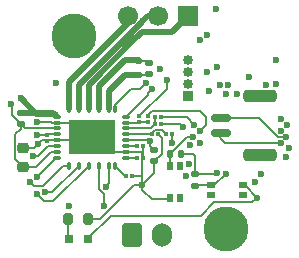
<source format=gtl>
G04 #@! TF.GenerationSoftware,KiCad,Pcbnew,9.0.4*
G04 #@! TF.CreationDate,2025-10-13T14:39:45-04:00*
G04 #@! TF.ProjectId,bldc motor controller,626c6463-206d-46f7-946f-7220636f6e74,rev?*
G04 #@! TF.SameCoordinates,Original*
G04 #@! TF.FileFunction,Copper,L1,Top*
G04 #@! TF.FilePolarity,Positive*
%FSLAX46Y46*%
G04 Gerber Fmt 4.6, Leading zero omitted, Abs format (unit mm)*
G04 Created by KiCad (PCBNEW 9.0.4) date 2025-10-13 14:39:45*
%MOMM*%
%LPD*%
G01*
G04 APERTURE LIST*
G04 Aperture macros list*
%AMRoundRect*
0 Rectangle with rounded corners*
0 $1 Rounding radius*
0 $2 $3 $4 $5 $6 $7 $8 $9 X,Y pos of 4 corners*
0 Add a 4 corners polygon primitive as box body*
4,1,4,$2,$3,$4,$5,$6,$7,$8,$9,$2,$3,0*
0 Add four circle primitives for the rounded corners*
1,1,$1+$1,$2,$3*
1,1,$1+$1,$4,$5*
1,1,$1+$1,$6,$7*
1,1,$1+$1,$8,$9*
0 Add four rect primitives between the rounded corners*
20,1,$1+$1,$2,$3,$4,$5,0*
20,1,$1+$1,$4,$5,$6,$7,0*
20,1,$1+$1,$6,$7,$8,$9,0*
20,1,$1+$1,$8,$9,$2,$3,0*%
G04 Aperture macros list end*
G04 #@! TA.AperFunction,SMDPad,CuDef*
%ADD10R,0.720000X0.550000*%
G04 #@! TD*
G04 #@! TA.AperFunction,SMDPad,CuDef*
%ADD11R,0.550000X0.720000*%
G04 #@! TD*
G04 #@! TA.AperFunction,SMDPad,CuDef*
%ADD12R,0.800000X0.800000*%
G04 #@! TD*
G04 #@! TA.AperFunction,ComponentPad*
%ADD13R,0.850000X0.850000*%
G04 #@! TD*
G04 #@! TA.AperFunction,ComponentPad*
%ADD14C,0.850000*%
G04 #@! TD*
G04 #@! TA.AperFunction,ComponentPad*
%ADD15RoundRect,0.250000X-0.600000X-0.750000X0.600000X-0.750000X0.600000X0.750000X-0.600000X0.750000X0*%
G04 #@! TD*
G04 #@! TA.AperFunction,ComponentPad*
%ADD16O,1.700000X2.000000*%
G04 #@! TD*
G04 #@! TA.AperFunction,SMDPad,CuDef*
%ADD17RoundRect,0.075000X-0.125000X-0.075000X0.125000X-0.075000X0.125000X0.075000X-0.125000X0.075000X0*%
G04 #@! TD*
G04 #@! TA.AperFunction,SMDPad,CuDef*
%ADD18RoundRect,0.140000X-0.140000X-0.170000X0.140000X-0.170000X0.140000X0.170000X-0.140000X0.170000X0*%
G04 #@! TD*
G04 #@! TA.AperFunction,SMDPad,CuDef*
%ADD19RoundRect,0.225000X-0.250000X0.225000X-0.250000X-0.225000X0.250000X-0.225000X0.250000X0.225000X0*%
G04 #@! TD*
G04 #@! TA.AperFunction,ComponentPad*
%ADD20R,1.700000X1.700000*%
G04 #@! TD*
G04 #@! TA.AperFunction,ComponentPad*
%ADD21C,1.700000*%
G04 #@! TD*
G04 #@! TA.AperFunction,SMDPad,CuDef*
%ADD22RoundRect,0.200000X-0.200000X-0.275000X0.200000X-0.275000X0.200000X0.275000X-0.200000X0.275000X0*%
G04 #@! TD*
G04 #@! TA.AperFunction,SMDPad,CuDef*
%ADD23RoundRect,0.150000X-0.700000X0.150000X-0.700000X-0.150000X0.700000X-0.150000X0.700000X0.150000X0*%
G04 #@! TD*
G04 #@! TA.AperFunction,SMDPad,CuDef*
%ADD24RoundRect,0.250000X-1.150000X0.250000X-1.150000X-0.250000X1.150000X-0.250000X1.150000X0.250000X0*%
G04 #@! TD*
G04 #@! TA.AperFunction,SMDPad,CuDef*
%ADD25RoundRect,0.140000X0.170000X-0.140000X0.170000X0.140000X-0.170000X0.140000X-0.170000X-0.140000X0*%
G04 #@! TD*
G04 #@! TA.AperFunction,SMDPad,CuDef*
%ADD26RoundRect,0.140000X-0.170000X0.140000X-0.170000X-0.140000X0.170000X-0.140000X0.170000X0.140000X0*%
G04 #@! TD*
G04 #@! TA.AperFunction,SMDPad,CuDef*
%ADD27RoundRect,0.075000X0.075000X-0.125000X0.075000X0.125000X-0.075000X0.125000X-0.075000X-0.125000X0*%
G04 #@! TD*
G04 #@! TA.AperFunction,SMDPad,CuDef*
%ADD28O,0.280000X0.790000*%
G04 #@! TD*
G04 #@! TA.AperFunction,SMDPad,CuDef*
%ADD29O,0.790000X0.280000*%
G04 #@! TD*
G04 #@! TA.AperFunction,SMDPad,CuDef*
%ADD30R,4.000000X3.000000*%
G04 #@! TD*
G04 #@! TA.AperFunction,ComponentPad*
%ADD31C,3.800000*%
G04 #@! TD*
G04 #@! TA.AperFunction,SMDPad,CuDef*
%ADD32RoundRect,0.135000X0.185000X-0.135000X0.185000X0.135000X-0.185000X0.135000X-0.185000X-0.135000X0*%
G04 #@! TD*
G04 #@! TA.AperFunction,ViaPad*
%ADD33C,0.600000*%
G04 #@! TD*
G04 #@! TA.AperFunction,Conductor*
%ADD34C,0.200000*%
G04 #@! TD*
G04 #@! TA.AperFunction,Conductor*
%ADD35C,0.500000*%
G04 #@! TD*
G04 APERTURE END LIST*
D10*
G04 #@! TO.P,SW2,1,1*
G04 #@! TO.N,unconnected-(SW2-Pad1)*
X150250000Y-93350000D03*
G04 #@! TO.P,SW2,2,2*
G04 #@! TO.N,unconnected-(SW2-Pad2)*
X147550000Y-93350000D03*
G04 #@! TO.P,SW2,3,3*
G04 #@! TO.N,TI_VREF*
X150250000Y-92550000D03*
G04 #@! TO.P,SW2,4,4*
G04 #@! TO.N,BOOT0*
X147550000Y-92550000D03*
G04 #@! TD*
D11*
G04 #@! TO.P,SW1,1,1*
G04 #@! TO.N,TI_AGND*
X144100000Y-93650000D03*
G04 #@! TO.P,SW1,2,2*
G04 #@! TO.N,Reset*
X144100000Y-90950000D03*
G04 #@! TO.P,SW1,3,3*
G04 #@! TO.N,unconnected-(SW1-Pad3)*
X144900000Y-93650000D03*
G04 #@! TO.P,SW1,4,4*
G04 #@! TO.N,unconnected-(SW1-Pad4)*
X144900000Y-90950000D03*
G04 #@! TD*
D12*
G04 #@! TO.P,LED1,1,K*
G04 #@! TO.N,Net-(LED1-K)*
X135550500Y-97100000D03*
G04 #@! TO.P,LED1,2,A*
G04 #@! TO.N,TI_VREF*
X137149500Y-97100000D03*
G04 #@! TD*
D13*
G04 #@! TO.P,J1,1,Pin_1*
G04 #@! TO.N,UART_TX*
X145600000Y-85000000D03*
D14*
G04 #@! TO.P,J1,2,Pin_2*
G04 #@! TO.N,UART_RX*
X145600000Y-84000000D03*
G04 #@! TO.P,J1,3,Pin_3*
G04 #@! TO.N,TI_VREF*
X145600000Y-83000000D03*
G04 #@! TO.P,J1,4,Pin_4*
G04 #@! TO.N,TI_AGND*
X145600000Y-82000000D03*
G04 #@! TD*
D15*
G04 #@! TO.P,-BAT+1,1,1*
G04 #@! TO.N,-BATT*
X140900000Y-96750000D03*
D16*
G04 #@! TO.P,-BAT+1,2,2*
G04 #@! TO.N,+BATT*
X143400000Y-96750000D03*
G04 #@! TD*
D17*
G04 #@! TO.P,R10,1*
G04 #@! TO.N,Net-(U1-SDO{slash}MODE_SR)*
X140350000Y-91800000D03*
G04 #@! TO.P,R10,2*
G04 #@! TO.N,TI_AGND*
X140850000Y-91800000D03*
G04 #@! TD*
G04 #@! TO.P,C5,1*
G04 #@! TO.N,Net-(U1-SOC)*
X142550000Y-88250000D03*
G04 #@! TO.P,C5,2*
G04 #@! TO.N,TI_AGND*
X143050000Y-88250000D03*
G04 #@! TD*
D18*
G04 #@! TO.P,C24,1*
G04 #@! TO.N,Reset*
X144070000Y-89950000D03*
G04 #@! TO.P,C24,2*
G04 #@! TO.N,TI_AGND*
X145030000Y-89950000D03*
G04 #@! TD*
D19*
G04 #@! TO.P,C7,1*
G04 #@! TO.N,TI_AGND*
X131650000Y-89425000D03*
G04 #@! TO.P,C7,2*
G04 #@! TO.N,TI_AVDD*
X131650000Y-90975000D03*
G04 #@! TD*
D20*
G04 #@! TO.P,U8,1,1*
G04 #@! TO.N,PHASE-A*
X145590000Y-78200000D03*
D21*
G04 #@! TO.P,U8,2,2*
G04 #@! TO.N,PHASE-B*
X143050000Y-78200000D03*
G04 #@! TO.P,U8,3,3*
G04 #@! TO.N,PHASE-C*
X140510000Y-78200000D03*
G04 #@! TD*
D17*
G04 #@! TO.P,C4,1*
G04 #@! TO.N,Net-(U1-SOB)*
X142850000Y-87400000D03*
G04 #@! TO.P,C4,2*
G04 #@! TO.N,TI_AGND*
X143350000Y-87400000D03*
G04 #@! TD*
D22*
G04 #@! TO.P,R8,1*
G04 #@! TO.N,Net-(LED1-K)*
X135475000Y-95400000D03*
G04 #@! TO.P,R8,2*
G04 #@! TO.N,TI_AGND*
X137125000Y-95400000D03*
G04 #@! TD*
D17*
G04 #@! TO.P,R3,1*
G04 #@! TO.N,Net-(U1-SOB)*
X142850000Y-86800000D03*
G04 #@! TO.P,R3,2*
G04 #@! TO.N,SOB*
X143350000Y-86800000D03*
G04 #@! TD*
D23*
G04 #@! TO.P,U7,1,1*
G04 #@! TO.N,CAN_RX*
X148400000Y-86875000D03*
G04 #@! TO.P,U7,2,2*
G04 #@! TO.N,CAN_TX*
X148400000Y-88125000D03*
D24*
G04 #@! TO.P,U7,MP*
G04 #@! TO.N,N/C*
X151750000Y-85025000D03*
X151750000Y-89975000D03*
G04 #@! TD*
D17*
G04 #@! TO.P,R11,1*
G04 #@! TO.N,Net-(U1-nSCS{slash}OCP)*
X141300000Y-89250000D03*
G04 #@! TO.P,R11,2*
G04 #@! TO.N,TI_AGND*
X141800000Y-89250000D03*
G04 #@! TD*
G04 #@! TO.P,R4,1*
G04 #@! TO.N,Net-(U1-SOC)*
X143750000Y-88250000D03*
G04 #@! TO.P,R4,2*
G04 #@! TO.N,SOC*
X144250000Y-88250000D03*
G04 #@! TD*
D25*
G04 #@! TO.P,C18,1*
G04 #@! TO.N,TI_AGND*
X142750000Y-90530000D03*
G04 #@! TO.P,C18,2*
G04 #@! TO.N,TI_VREF*
X142750000Y-89570000D03*
G04 #@! TD*
D26*
G04 #@! TO.P,C10,1*
G04 #@! TO.N,+BATT*
X131450000Y-86420000D03*
G04 #@! TO.P,C10,2*
G04 #@! TO.N,TI_AVDD*
X131450000Y-87380000D03*
G04 #@! TD*
D27*
G04 #@! TO.P,R2,1*
G04 #@! TO.N,Net-(U1-SOA)*
X142200000Y-87200000D03*
G04 #@! TO.P,R2,2*
G04 #@! TO.N,SOA*
X142200000Y-86700000D03*
G04 #@! TD*
D28*
G04 #@! TO.P,U1,1,CP*
G04 #@! TO.N,TI_AVDD*
X139400000Y-86092250D03*
G04 #@! TO.P,U1,2,VM*
G04 #@! TO.N,-BATT*
X138900000Y-86092250D03*
G04 #@! TO.P,U1,3,PGND*
G04 #@! TO.N,+BATT*
X138050000Y-86092250D03*
G04 #@! TO.P,U1,4,OUTA*
G04 #@! TO.N,PHASE-A*
X137200000Y-86092250D03*
G04 #@! TO.P,U1,5,OUTB*
G04 #@! TO.N,PHASE-B*
X136350000Y-86092250D03*
G04 #@! TO.P,U1,6,OUTC*
G04 #@! TO.N,PHASE-C*
X135500000Y-86092250D03*
D29*
G04 #@! TO.P,U1,7,PGND*
G04 #@! TO.N,+BATT*
X134542500Y-86749750D03*
G04 #@! TO.P,U1,8,AGND*
G04 #@! TO.N,TI_AGND*
X134542500Y-87249750D03*
G04 #@! TO.P,U1,9,AVDD*
G04 #@! TO.N,TI_AVDD*
X134542500Y-87749750D03*
G04 #@! TO.P,U1,10,GVDD*
G04 #@! TO.N,I-LIMIT*
X134542500Y-88249750D03*
G04 #@! TO.P,U1,11,DRVOFF*
G04 #@! TO.N,TI_AGND*
X134542500Y-88749750D03*
G04 #@! TO.P,U1,12,nFAULT*
G04 #@! TO.N,TI_FAULT*
X134542500Y-89249750D03*
G04 #@! TO.P,U1,13,nSLEEP*
G04 #@! TO.N,TI_AVDD*
X134542500Y-89749750D03*
G04 #@! TO.P,U1,14,INHA*
G04 #@! TO.N,TIM1_CH1*
X134542500Y-90249750D03*
D28*
G04 #@! TO.P,U1,15,INLA*
G04 #@! TO.N,TIM1_CH1N*
X135500000Y-90907250D03*
G04 #@! TO.P,U1,16,INHB*
G04 #@! TO.N,TIM1_CH2*
X136350000Y-90907250D03*
G04 #@! TO.P,U1,17,INLB*
G04 #@! TO.N,TIM1_CH2N*
X137200000Y-90907250D03*
G04 #@! TO.P,U1,18,INHC*
G04 #@! TO.N,TIM1_CH3*
X138050000Y-90907250D03*
G04 #@! TO.P,U1,19,INLC*
G04 #@! TO.N,TIM1_CH3N*
X138900000Y-90907250D03*
G04 #@! TO.P,U1,20,SDO/MODE_SR*
G04 #@! TO.N,Net-(U1-SDO{slash}MODE_SR)*
X139400000Y-90907250D03*
D29*
G04 #@! TO.P,U1,21,SDI/GAIN*
G04 #@! TO.N,Net-(U1-SDI{slash}GAIN)*
X140357500Y-90249750D03*
G04 #@! TO.P,U1,22,SCLK/SLEW*
G04 #@! TO.N,TI_AGND*
X140357500Y-89749750D03*
G04 #@! TO.P,U1,23,nSCS/OCP*
G04 #@! TO.N,Net-(U1-nSCS{slash}OCP)*
X140357500Y-89249750D03*
G04 #@! TO.P,U1,24,VREF*
G04 #@! TO.N,TI_VREF*
X140357500Y-88749750D03*
G04 #@! TO.P,U1,25,SOC*
G04 #@! TO.N,Net-(U1-SOC)*
X140357500Y-88249750D03*
G04 #@! TO.P,U1,26,SOB*
G04 #@! TO.N,Net-(U1-SOB)*
X140357500Y-87749750D03*
G04 #@! TO.P,U1,27,SOA*
G04 #@! TO.N,Net-(U1-SOA)*
X140357500Y-87249750D03*
G04 #@! TO.P,U1,28,ILIMIT*
G04 #@! TO.N,I-LIMIT*
X140357500Y-86749750D03*
D30*
G04 #@! TO.P,U1,29,EP*
G04 #@! TO.N,TI_AGND*
X137450000Y-88499750D03*
G04 #@! TD*
D26*
G04 #@! TO.P,C8,1*
G04 #@! TO.N,+BATT*
X142350000Y-82170000D03*
G04 #@! TO.P,C8,2*
G04 #@! TO.N,-BATT*
X142350000Y-83130000D03*
G04 #@! TD*
D31*
G04 #@! TO.P,M2,1*
G04 #@! TO.N,N/C*
X136000000Y-79900000D03*
G04 #@! TD*
G04 #@! TO.P,M2,1*
G04 #@! TO.N,N/C*
X148850000Y-96300000D03*
G04 #@! TD*
D27*
G04 #@! TO.P,C3,1*
G04 #@! TO.N,Net-(U1-SOA)*
X141500000Y-87200000D03*
G04 #@! TO.P,C3,2*
G04 #@! TO.N,TI_AGND*
X141500000Y-86700000D03*
G04 #@! TD*
G04 #@! TO.P,C6,1*
G04 #@! TO.N,TI_AGND*
X133650000Y-88800000D03*
G04 #@! TO.P,C6,2*
G04 #@! TO.N,I-LIMIT*
X133650000Y-88300000D03*
G04 #@! TD*
D32*
G04 #@! TO.P,R7,1*
G04 #@! TO.N,BOOT0*
X146200000Y-92610000D03*
G04 #@! TO.P,R7,2*
G04 #@! TO.N,TI_AGND*
X146200000Y-91590000D03*
G04 #@! TD*
D17*
G04 #@! TO.P,R9,1*
G04 #@! TO.N,Net-(U1-SDI{slash}GAIN)*
X141300000Y-90250000D03*
G04 #@! TO.P,R9,2*
G04 #@! TO.N,TI_AGND*
X141800000Y-90250000D03*
G04 #@! TD*
D33*
G04 #@! TO.N,+BATT*
X135500000Y-94300000D03*
X141500000Y-82050000D03*
X131446446Y-85196446D03*
G04 #@! TO.N,TI_AGND*
X141746088Y-92560334D03*
X148050000Y-91550000D03*
X153100000Y-82000000D03*
X132950000Y-89050000D03*
X143829103Y-83630224D03*
X152178554Y-84099000D03*
X150800000Y-83400000D03*
X145200000Y-87650000D03*
X132850000Y-87200000D03*
X148000000Y-77650000D03*
G04 #@! TO.N,TI_VREF*
X142393614Y-88799279D03*
X143200000Y-82750000D03*
X153100000Y-84000000D03*
X151450000Y-93600000D03*
X134450000Y-83900000D03*
G04 #@! TO.N,I-LIMIT*
X142550000Y-84399998D03*
X132850000Y-88350000D03*
G04 #@! TO.N,TI_AVDD*
X142055022Y-83905023D03*
X130600000Y-85700000D03*
G04 #@! TO.N,Reset*
X146050000Y-88450000D03*
G04 #@! TO.N,SOA*
X146650000Y-87950000D03*
G04 #@! TO.N,SOB*
X146155099Y-87454948D03*
G04 #@! TO.N,SOC*
X148999991Y-84103030D03*
X144250000Y-89000000D03*
G04 #@! TO.N,BOOT0*
X148799995Y-91600000D03*
G04 #@! TO.N,TIM1_CH1N*
X132250000Y-92286454D03*
X149799995Y-84800000D03*
G04 #@! TO.N,TIM1_CH1*
X132842186Y-91857815D03*
X153450000Y-86950000D03*
G04 #@! TO.N,TI_FAULT*
X146650000Y-88950000D03*
X132500000Y-90100000D03*
G04 #@! TO.N,TIM1_CH3*
X153450000Y-87950000D03*
X138500000Y-94300000D03*
G04 #@! TO.N,TIM1_CH3N*
X145824293Y-89125707D03*
X138648055Y-92740948D03*
G04 #@! TO.N,TIM1_CH2N*
X147428554Y-84621446D03*
X132800000Y-93300000D03*
G04 #@! TO.N,TIM1_CH2*
X154000000Y-87450000D03*
X133499999Y-93108259D03*
G04 #@! TO.N,SDA1*
X147250000Y-79850000D03*
X153950000Y-90200000D03*
G04 #@! TO.N,NSS1*
X148299995Y-84100000D03*
X145450000Y-91801000D03*
G04 #@! TO.N,SCL1*
X148100000Y-82550000D03*
X154150000Y-89450000D03*
G04 #@! TO.N,ENAB_XL*
X147200000Y-83000000D03*
X151299995Y-92249995D03*
G04 #@! TO.N,SCK1*
X148799995Y-84800000D03*
X145700000Y-90800000D03*
G04 #@! TO.N,CAN_RX*
X153950000Y-88450000D03*
G04 #@! TO.N,ENAB_MAG*
X146659435Y-80225814D03*
X151799995Y-91649995D03*
G04 #@! TO.N,CAN_TX*
X153450000Y-88950000D03*
G04 #@! TO.N,-BATT*
X141500000Y-83200000D03*
G04 #@! TD*
D34*
G04 #@! TO.N,TI_VREF*
X151450000Y-93600000D02*
X151050000Y-94000000D01*
X147836999Y-94000000D02*
X146686999Y-95150000D01*
X151050000Y-94000000D02*
X147836999Y-94000000D01*
X139074000Y-95150001D02*
X137174000Y-97050000D01*
X146686999Y-95150000D02*
X139074000Y-95150001D01*
G04 #@! TO.N,TI_AGND*
X134542500Y-87249750D02*
X136200000Y-87249750D01*
X134542500Y-88749750D02*
X137200000Y-88749750D01*
D35*
G04 #@! TO.N,PHASE-B*
X140999002Y-79401003D02*
X141003235Y-79401000D01*
X141003235Y-79401000D02*
X141007477Y-79401017D01*
X141007477Y-79401017D02*
X141010465Y-79398005D01*
X141010465Y-79398005D02*
X141708005Y-78700465D01*
X141708005Y-78700465D02*
X141711017Y-78697477D01*
X141711017Y-78697477D02*
X141710986Y-78688995D01*
X136350000Y-86092250D02*
X136350000Y-84050000D01*
X136350000Y-84050000D02*
X140998990Y-79401010D01*
X140998990Y-79401010D02*
X141003239Y-79401010D01*
D34*
G04 #@! TO.N,TIM1_CH2N*
X133399996Y-93900010D02*
X134207245Y-93899989D01*
D35*
G04 #@! TO.N,PHASE-A*
X141252206Y-80002000D02*
X141247994Y-80001986D01*
X141245025Y-80004974D02*
X141247994Y-80001986D01*
X141252206Y-80002000D02*
X141256407Y-80001988D01*
X141259387Y-79999025D02*
X141256407Y-80001988D01*
D34*
G04 #@! TO.N,TIM1_CH3*
X138499999Y-93300000D02*
X138050000Y-92849999D01*
G04 #@! TO.N,SOA*
X146648420Y-86249993D02*
X147140902Y-86742477D01*
G04 #@! TO.N,TI_AVDD*
X130689000Y-85711000D02*
X130699981Y-85722008D01*
X130700000Y-85737556D02*
X130699981Y-85722008D01*
X130689000Y-85711000D02*
X130677999Y-85700000D01*
X131450000Y-87780000D02*
X131450000Y-87380002D01*
G04 #@! TO.N,I-LIMIT*
X133800244Y-88249735D02*
X133699997Y-88349995D01*
X142200012Y-84907254D02*
X142200001Y-84749999D01*
G04 #@! TO.N,Net-(U1-SOC)*
X141941979Y-88250250D02*
X141941482Y-88249739D01*
X141940771Y-88249750D02*
X141941482Y-88249739D01*
X141941979Y-88250250D02*
X141942482Y-88250744D01*
X141943186Y-88250750D02*
X141942482Y-88250744D01*
G04 #@! TO.N,TI_AGND*
X146199997Y-90104762D02*
X146045237Y-89950003D01*
X141750024Y-91699940D02*
X141650001Y-91800004D01*
X141748044Y-92201956D02*
X141749986Y-92199993D01*
X141750000Y-92197233D02*
X141749986Y-92199993D01*
X141748044Y-92201956D02*
X141746098Y-92203916D01*
X141746088Y-92206678D02*
X141746098Y-92203916D01*
D35*
G04 #@! TO.N,+BATT*
X134417625Y-86624875D02*
X134292749Y-86500000D01*
X132750001Y-86499996D02*
X131446446Y-85196446D01*
X134212752Y-86419993D02*
X131450000Y-86420000D01*
D34*
X141500000Y-82050000D02*
X142230000Y-82050000D01*
D35*
X132750001Y-86499996D02*
X134292749Y-86500000D01*
X141449992Y-82000019D02*
X140250000Y-82000001D01*
X134417625Y-86624875D02*
X134212752Y-86419993D01*
X141500000Y-82050000D02*
X141449992Y-82000019D01*
X138049993Y-84199997D02*
X138050000Y-86092250D01*
X138049993Y-84199997D02*
X140250000Y-82000001D01*
D34*
G04 #@! TO.N,TI_AGND*
X134542500Y-88749750D02*
X133700250Y-88749750D01*
X141746088Y-92560334D02*
X142749995Y-91556419D01*
X143399994Y-88600003D02*
X143050000Y-88250000D01*
X146200000Y-91590000D02*
X148009996Y-91589993D01*
X142749995Y-91556419D02*
X142750000Y-90530000D01*
X148050000Y-91550000D02*
X148009996Y-91589993D01*
X141746088Y-92560334D02*
X141039671Y-92560344D01*
X141800000Y-90250000D02*
X141800000Y-89250000D01*
X141749017Y-92200283D02*
X141750024Y-91699940D01*
X141746075Y-92946092D02*
X142549999Y-93750003D01*
X141746088Y-92206678D02*
X141746088Y-92560334D01*
X141750000Y-92197233D02*
X141749999Y-89749751D01*
X133624870Y-87224885D02*
X134542500Y-87249750D01*
X132574999Y-89425000D02*
X132950000Y-89050000D01*
X143829103Y-83630224D02*
X143829103Y-84370897D01*
X132850000Y-87200000D02*
X133624870Y-87224885D01*
X144949999Y-87400000D02*
X145200000Y-87650000D01*
X143829103Y-84370897D02*
X141500000Y-86700000D01*
X141650001Y-91800004D02*
X140850000Y-91800000D01*
X133250244Y-88749736D02*
X132950000Y-89050000D01*
X138200004Y-95400010D02*
X137125000Y-95400000D01*
X138200004Y-95400010D02*
X141039671Y-92560344D01*
X134542500Y-88749750D02*
X133250244Y-88749736D01*
X140357500Y-89749750D02*
X138700000Y-89749750D01*
X141746075Y-92946092D02*
X141746088Y-92560334D01*
X132574999Y-89425000D02*
X131650000Y-89425000D01*
X143400000Y-89879999D02*
X142750000Y-90530000D01*
X142549999Y-93750003D02*
X144000000Y-93750000D01*
X146199997Y-90104762D02*
X146200000Y-91590000D01*
X141800000Y-90250000D02*
X141700000Y-90150000D01*
X146045237Y-89950003D02*
X145030000Y-89950000D01*
X143400000Y-89879999D02*
X143399994Y-88600003D01*
X144949999Y-87400000D02*
X143350000Y-87400000D01*
X140357500Y-89749750D02*
X141749999Y-89749751D01*
G04 #@! TO.N,TI_VREF*
X142393612Y-89213614D02*
X142750000Y-89570000D01*
X142344090Y-88749735D02*
X142393614Y-88799279D01*
X142393614Y-88799279D02*
X142393612Y-89213614D01*
X151450000Y-93600000D02*
X150400000Y-92550000D01*
X142344090Y-88749735D02*
X140357500Y-88749750D01*
G04 #@! TO.N,Net-(U1-SOA)*
X140357500Y-87249750D02*
X141500000Y-87249750D01*
X141500000Y-87200000D02*
X142200000Y-87200000D01*
G04 #@! TO.N,Net-(U1-SOB)*
X142850000Y-87400000D02*
X142850000Y-86800000D01*
X142850000Y-87400000D02*
X142500243Y-87749733D01*
X142500243Y-87749733D02*
X140357500Y-87749750D01*
G04 #@! TO.N,Net-(U1-SOC)*
X142549988Y-88157593D02*
X142808586Y-87898971D01*
X143398998Y-87899003D02*
X142808586Y-87898971D01*
X142549988Y-88157593D02*
X142550000Y-88250000D01*
X141943186Y-88250750D02*
X142599250Y-88250750D01*
X141940771Y-88249750D02*
X140357500Y-88249750D01*
X143398998Y-87899003D02*
X143750000Y-88250000D01*
G04 #@! TO.N,I-LIMIT*
X142200001Y-84749999D02*
X142550000Y-84399998D01*
X133800244Y-88249735D02*
X134542500Y-88249750D01*
X132850000Y-88350000D02*
X133699997Y-88349995D01*
X142200012Y-84907254D02*
X140357500Y-86749750D01*
G04 #@! TO.N,TI_AVDD*
X130699985Y-86630006D02*
X131450000Y-87380001D01*
X130973999Y-88256000D02*
X131450000Y-87780000D01*
X142055022Y-83905023D02*
X141560038Y-84399978D01*
X134008773Y-89749755D02*
X132783512Y-90974981D01*
X132783512Y-90974981D02*
X131650000Y-90974999D01*
X131819756Y-87749735D02*
X134542500Y-87749750D01*
X131819756Y-87749735D02*
X131450000Y-87380001D01*
X141560038Y-84399978D02*
X140799996Y-84399989D01*
X134008773Y-89749755D02*
X134542500Y-89749750D01*
X130973999Y-88256000D02*
X130973998Y-90299000D01*
X131650000Y-90974999D02*
X130973998Y-90299000D01*
X130700000Y-85737556D02*
X130699985Y-86630006D01*
X130600000Y-85700000D02*
X130677999Y-85700000D01*
X140799996Y-84399989D02*
X139400000Y-85799998D01*
G04 #@! TO.N,Reset*
X146050000Y-88450000D02*
X145570001Y-88450000D01*
X144070000Y-89950000D02*
X144070000Y-90980000D01*
X144070000Y-89950000D02*
X145570001Y-88450000D01*
G04 #@! TO.N,Net-(LED1-K)*
X135475000Y-95400000D02*
X135475000Y-96950000D01*
G04 #@! TO.N,SOA*
X146648420Y-86249993D02*
X142600000Y-86250001D01*
X147140902Y-86742477D02*
X147140897Y-87459102D01*
X142600000Y-86250001D02*
X142200000Y-86650000D01*
X147140897Y-87459102D02*
X146650000Y-87950000D01*
G04 #@! TO.N,SOB*
X145500150Y-86800000D02*
X146155099Y-87454948D01*
X145500150Y-86800000D02*
X143350000Y-86800000D01*
G04 #@! TO.N,SOC*
X144250000Y-89000000D02*
X144250000Y-88250000D01*
G04 #@! TO.N,BOOT0*
X147350000Y-92550000D02*
X147150003Y-92550000D01*
X147849995Y-92550001D02*
X147624997Y-92550000D01*
X148799995Y-91600000D02*
X147849995Y-92550001D01*
X147150003Y-92550000D02*
X146260000Y-92550000D01*
G04 #@! TO.N,Net-(U1-SDI{slash}GAIN)*
X141300000Y-90250000D02*
X140357750Y-90250000D01*
G04 #@! TO.N,Net-(U1-SDO{slash}MODE_SR)*
X140292747Y-91800009D02*
X139400000Y-90907250D01*
G04 #@! TO.N,Net-(U1-nSCS{slash}OCP)*
X140357500Y-89249750D02*
X141299750Y-89249750D01*
G04 #@! TO.N,TIM1_CH1N*
X135042747Y-90907243D02*
X135500000Y-90907250D01*
X133300004Y-92650011D02*
X135042747Y-90907243D01*
X133300004Y-92650011D02*
X132613544Y-92650004D01*
X132250000Y-92286454D02*
X132613544Y-92650004D01*
G04 #@! TO.N,TIM1_CH1*
X132842186Y-91857815D02*
X134450250Y-90249750D01*
G04 #@! TO.N,TI_FAULT*
X133800244Y-89249735D02*
X132949999Y-90099998D01*
X133800244Y-89249735D02*
X134542500Y-89249750D01*
X132949999Y-90099998D02*
X132500000Y-90100000D01*
D35*
G04 #@! TO.N,PHASE-B*
X142200005Y-78200011D02*
X143050000Y-78200000D01*
X142200005Y-78200011D02*
X141711001Y-78693236D01*
G04 #@! TO.N,PHASE-C*
X135499997Y-83849999D02*
X135500000Y-86092250D01*
X140510013Y-78840005D02*
X140510000Y-78200000D01*
X135499997Y-83849999D02*
X140510013Y-78840005D01*
D34*
G04 #@! TO.N,TIM1_CH3*
X138050000Y-92849999D02*
X138050000Y-90907250D01*
X138500000Y-94300000D02*
X138499999Y-93300000D01*
G04 #@! TO.N,TIM1_CH3N*
X138899980Y-92399991D02*
X138648071Y-92651952D01*
X138648055Y-92740948D02*
X138648071Y-92651952D01*
X138899980Y-92399991D02*
X138900000Y-90907250D01*
D35*
G04 #@! TO.N,PHASE-A*
X141245025Y-80004974D02*
X137199990Y-84049996D01*
X144239999Y-79550000D02*
X145590000Y-78200000D01*
X141708409Y-79549990D02*
X141259387Y-79999025D01*
X137199990Y-84049996D02*
X137200000Y-86092250D01*
X141708409Y-79549990D02*
X144239999Y-79550000D01*
D34*
G04 #@! TO.N,TIM1_CH2N*
X134207245Y-93899989D02*
X137200000Y-90907250D01*
X132800000Y-93300000D02*
X133399996Y-93900010D01*
G04 #@! TO.N,TIM1_CH2*
X133499999Y-93108259D02*
X133527299Y-93135561D01*
X134121692Y-93135567D02*
X136350000Y-90907250D01*
X133527299Y-93135561D02*
X134121692Y-93135567D01*
G04 #@! TO.N,CAN_RX*
X153241472Y-88450016D02*
X153950000Y-88450000D01*
X151666481Y-86874994D02*
X153241472Y-88450016D01*
X151666481Y-86874994D02*
X147950000Y-86875000D01*
G04 #@! TO.N,CAN_TX*
X148775000Y-88949999D02*
X147950000Y-88125000D01*
X148775000Y-88949999D02*
X153450000Y-88950000D01*
D35*
G04 #@! TO.N,-BATT*
X141500000Y-83200000D02*
X140250001Y-83200000D01*
D34*
X141500000Y-83200000D02*
X142280000Y-83200000D01*
D35*
X140250001Y-83200000D02*
X138899990Y-84549996D01*
X138899990Y-84549996D02*
X138900000Y-86092250D01*
G04 #@! TD*
M02*

</source>
